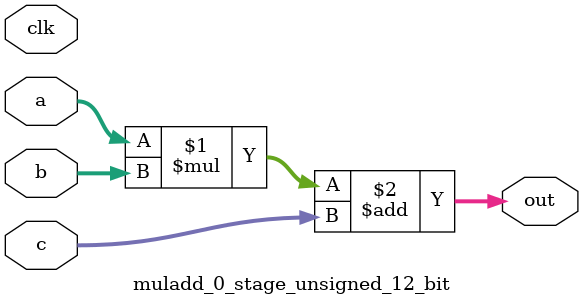
<source format=sv>
(* use_dsp = "yes" *) module muladd_0_stage_unsigned_12_bit(
	input  [11:0] a,
	input  [11:0] b,
	input  [11:0] c,
	output [11:0] out,
	input clk);

	assign out = (a * b) + c;
endmodule

</source>
